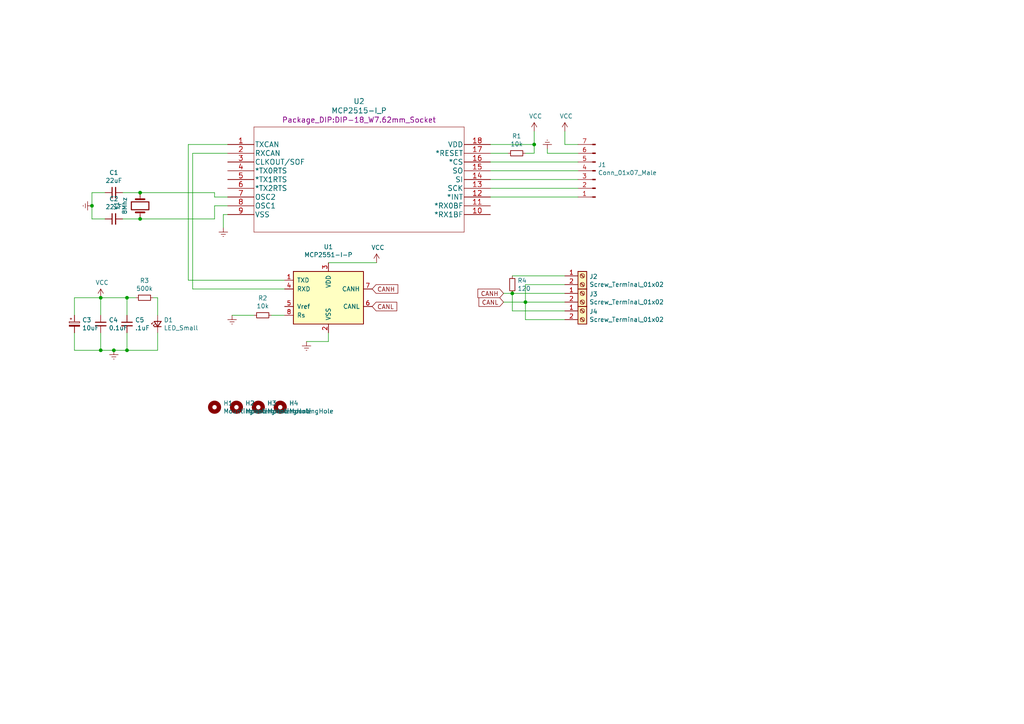
<source format=kicad_sch>
(kicad_sch (version 20230121) (generator eeschema)
  (paper "A4")
  (lib_symbols
    (symbol "CAN-Board-V1-rescue:CP_Small-Device" (pin_numbers hide) (pin_names (offset 0.254) hide)
      (property "Reference" "C" (at 0.254 1.778 0))
      (property "Value" "Device_CP_Small" (at 0.254 -2.032 0))
      (symbol "CP_Small-Device_0_1"
        (rectangle (start -1.524 -0.3048) (end 1.524 -0.6858) (fill (type outline)))
        (rectangle (start -1.524 0.6858) (end 1.524 0.3048))
        (polyline (pts (xy -1.27 1.524) (xy -0.762 1.524)))
        (polyline (pts (xy -1.016 1.27) (xy -1.016 1.778)))
      )
      (symbol "CP_Small-Device_1_1"
        (pin passive line (at 0 2.54 270) (length 1.8542) (name "~") (number "1"))
        (pin passive line (at 0 -2.54 90) (length 1.8542) (name "~") (number "2"))
      )
    )
    (symbol "CAN-Board-V1-rescue:Conn_01x07_Male-Connector" (pin_names (offset 1.016) hide)
      (property "Reference" "J" (at 0 10.16 0))
      (property "Value" "Connector_Conn_01x07_Male" (at 0 -10.16 0))
      (symbol "Conn_01x07_Male-Connector_1_1"
        (polyline (pts (xy 1.27 -7.62) (xy 0.8636 -7.62)) (stroke (width 0.1524)))
        (polyline (pts (xy 1.27 -5.08) (xy 0.8636 -5.08)) (stroke (width 0.1524)))
        (polyline (pts (xy 1.27 -2.54) (xy 0.8636 -2.54)) (stroke (width 0.1524)))
        (polyline (pts (xy 1.27 0) (xy 0.8636 0)) (stroke (width 0.1524)))
        (polyline (pts (xy 1.27 2.54) (xy 0.8636 2.54)) (stroke (width 0.1524)))
        (polyline (pts (xy 1.27 5.08) (xy 0.8636 5.08)) (stroke (width 0.1524)))
        (polyline (pts (xy 1.27 7.62) (xy 0.8636 7.62)) (stroke (width 0.1524)))
        (rectangle (start 0.8636 -7.493) (end 0 -7.747) (stroke (width 0.1524)) (fill (type outline)))
        (rectangle (start 0.8636 -4.953) (end 0 -5.207) (stroke (width 0.1524)) (fill (type outline)))
        (rectangle (start 0.8636 -2.413) (end 0 -2.667) (stroke (width 0.1524)) (fill (type outline)))
        (rectangle (start 0.8636 0.127) (end 0 -0.127) (stroke (width 0.1524)) (fill (type outline)))
        (rectangle (start 0.8636 2.667) (end 0 2.413) (stroke (width 0.1524)) (fill (type outline)))
        (rectangle (start 0.8636 5.207) (end 0 4.953) (stroke (width 0.1524)) (fill (type outline)))
        (rectangle (start 0.8636 7.747) (end 0 7.493) (stroke (width 0.1524)) (fill (type outline)))
        (pin passive line (at 5.08 7.62 180) (length 3.81) (name "Pin_1") (number "1"))
        (pin passive line (at 5.08 5.08 180) (length 3.81) (name "Pin_2") (number "2"))
        (pin passive line (at 5.08 2.54 180) (length 3.81) (name "Pin_3") (number "3"))
        (pin passive line (at 5.08 0 180) (length 3.81) (name "Pin_4") (number "4"))
        (pin passive line (at 5.08 -2.54 180) (length 3.81) (name "Pin_5") (number "5"))
        (pin passive line (at 5.08 -5.08 180) (length 3.81) (name "Pin_6") (number "6"))
        (pin passive line (at 5.08 -7.62 180) (length 3.81) (name "Pin_7") (number "7"))
      )
    )
    (symbol "CAN-Board-V1-rescue:MCP2515-I_P-2023-10-16_18-34-33" (pin_names (offset 0.254))
      (property "Reference" "U" (at 38.1 10.16 0))
      (property "Value" "2023-10-16_18-34-33_MCP2515-I_P" (at 38.1 7.62 0))
      (symbol "MCP2515-I_P-2023-10-16_18-34-33_1_1"
        (polyline (pts (xy 7.62 -25.4) (xy 68.58 -25.4)) (stroke (width 0.127)))
        (polyline (pts (xy 7.62 5.08) (xy 7.62 -25.4)) (stroke (width 0.127)))
        (polyline (pts (xy 68.58 -25.4) (xy 68.58 5.08)) (stroke (width 0.127)))
        (polyline (pts (xy 68.58 5.08) (xy 7.62 5.08)) (stroke (width 0.127)))
        (pin unspecified line (at 0 0 0) (length 7.62) (name "TXCAN") (number "1"))
        (pin unspecified line (at 76.2 -20.32 180) (length 7.62) (name "*RX1BF") (number "10"))
        (pin unspecified line (at 76.2 -17.78 180) (length 7.62) (name "*RX0BF") (number "11"))
        (pin unspecified line (at 76.2 -15.24 180) (length 7.62) (name "*INT") (number "12"))
        (pin unspecified line (at 76.2 -12.7 180) (length 7.62) (name "SCK") (number "13"))
        (pin unspecified line (at 76.2 -10.16 180) (length 7.62) (name "SI") (number "14"))
        (pin unspecified line (at 76.2 -7.62 180) (length 7.62) (name "SO") (number "15"))
        (pin unspecified line (at 76.2 -5.08 180) (length 7.62) (name "*CS") (number "16"))
        (pin unspecified line (at 76.2 -2.54 180) (length 7.62) (name "*RESET") (number "17"))
        (pin unspecified line (at 76.2 0 180) (length 7.62) (name "VDD") (number "18"))
        (pin unspecified line (at 0 -2.54 0) (length 7.62) (name "RXCAN") (number "2"))
        (pin unspecified line (at 0 -5.08 0) (length 7.62) (name "CLKOUT/SOF") (number "3"))
        (pin unspecified line (at 0 -7.62 0) (length 7.62) (name "*TX0RTS") (number "4"))
        (pin unspecified line (at 0 -10.16 0) (length 7.62) (name "*TX1RTS") (number "5"))
        (pin unspecified line (at 0 -12.7 0) (length 7.62) (name "*TX2RTS") (number "6"))
        (pin unspecified line (at 0 -15.24 0) (length 7.62) (name "OSC2") (number "7"))
        (pin unspecified line (at 0 -17.78 0) (length 7.62) (name "OSC1") (number "8"))
        (pin unspecified line (at 0 -20.32 0) (length 7.62) (name "VSS") (number "9"))
      )
    )
    (symbol "Connector:Screw_Terminal_01x02" (pin_names (offset 1.016) hide)
      (property "Reference" "J" (at 0 2.54 0))
      (property "Value" "Screw_Terminal_01x02" (at 0 -5.08 0))
      (symbol "Screw_Terminal_01x02_1_1"
        (rectangle (start -1.27 1.27) (end 1.27 -3.81) (stroke (width 0.254)) (fill (type background)))
        (circle (center 0 -2.54) (radius 0.635) (stroke (width 0.1524)))
        (polyline (pts (xy -0.5334 -2.2098) (xy 0.3302 -3.048)) (stroke (width 0.1524)))
        (polyline (pts (xy -0.5334 0.3302) (xy 0.3302 -0.508)) (stroke (width 0.1524)))
        (polyline (pts (xy -0.3556 -2.032) (xy 0.508 -2.8702)) (stroke (width 0.1524)))
        (polyline (pts (xy -0.3556 0.508) (xy 0.508 -0.3302)) (stroke (width 0.1524)))
        (circle (center 0 0) (radius 0.635) (stroke (width 0.1524)))
        (pin passive line (at -5.08 0 0) (length 3.81) (name "Pin_1") (number "1"))
        (pin passive line (at -5.08 -2.54 0) (length 3.81) (name "Pin_2") (number "2"))
      )
    )
    (symbol "Device:C_Small" (pin_numbers hide) (pin_names (offset 0.254) hide)
      (property "Reference" "C" (at 0.254 1.778 0))
      (property "Value" "C_Small" (at 0.254 -2.032 0))
      (symbol "C_Small_0_1"
        (polyline (pts (xy -1.524 -0.508) (xy 1.524 -0.508)) (stroke (width 0.3302)))
        (polyline (pts (xy -1.524 0.508) (xy 1.524 0.508)) (stroke (width 0.3048)))
      )
      (symbol "C_Small_1_1"
        (pin passive line (at 0 2.54 270) (length 2.032) (name "~") (number "1"))
        (pin passive line (at 0 -2.54 90) (length 2.032) (name "~") (number "2"))
      )
    )
    (symbol "Device:Crystal" (pin_numbers hide) (pin_names (offset 1.016) hide)
      (property "Reference" "Y" (at 0 3.81 0))
      (property "Value" "Crystal" (at 0 -3.81 0))
      (symbol "Crystal_0_1"
        (rectangle (start -1.143 2.54) (end 1.143 -2.54) (stroke (width 0.3048)))
        (polyline (pts (xy -2.54 0) (xy -1.905 0)))
        (polyline (pts (xy -1.905 -1.27) (xy -1.905 1.27)) (stroke (width 0.508)))
        (polyline (pts (xy 1.905 -1.27) (xy 1.905 1.27)) (stroke (width 0.508)))
        (polyline (pts (xy 2.54 0) (xy 1.905 0)))
      )
      (symbol "Crystal_1_1"
        (pin passive line (at -3.81 0 0) (length 1.27) (name "1") (number "1"))
        (pin passive line (at 3.81 0 180) (length 1.27) (name "2") (number "2"))
      )
    )
    (symbol "Device:LED_Small" (pin_numbers hide) (pin_names (offset 0.254) hide)
      (property "Reference" "D" (at -1.27 3.175 0))
      (property "Value" "LED_Small" (at -4.445 -2.54 0))
      (symbol "LED_Small_0_1"
        (polyline (pts (xy -0.762 -1.016) (xy -0.762 1.016)) (stroke (width 0.254)))
        (polyline (pts (xy 1.016 0) (xy -0.762 0)))
        (polyline (pts (xy 0.762 -1.016) (xy -0.762 0) (xy 0.762 1.016) (xy 0.762 -1.016)) (stroke (width 0.254)))
        (polyline (pts (xy 0 0.762) (xy -0.508 1.27) (xy -0.254 1.27) (xy -0.508 1.27) (xy -0.508 1.016)))
        (polyline (pts (xy 0.508 1.27) (xy 0 1.778) (xy 0.254 1.778) (xy 0 1.778) (xy 0 1.524)))
      )
      (symbol "LED_Small_1_1"
        (pin passive line (at -2.54 0 0) (length 1.778) (name "K") (number "1"))
        (pin passive line (at 2.54 0 180) (length 1.778) (name "A") (number "2"))
      )
    )
    (symbol "Device:R_Small" (pin_numbers hide) (pin_names (offset 0.254) hide)
      (property "Reference" "R" (at 0.762 0.508 0))
      (property "Value" "R_Small" (at 0.762 -1.016 0))
      (symbol "R_Small_0_1"
        (rectangle (start -0.762 1.778) (end 0.762 -1.778) (stroke (width 0.2032)))
      )
      (symbol "R_Small_1_1"
        (pin passive line (at 0 2.54 270) (length 0.762) (name "~") (number "1"))
        (pin passive line (at 0 -2.54 90) (length 0.762) (name "~") (number "2"))
      )
    )
    (symbol "Interface_CAN_LIN:MCP2551-I-P" (pin_names (offset 1.016))
      (property "Reference" "U" (at -10.16 8.89 0))
      (property "Value" "MCP2551-I-P" (at 2.54 8.89 0))
      (symbol "MCP2551-I-P_0_1"
        (rectangle (start -10.16 7.62) (end 10.16 -7.62) (stroke (width 0.254)) (fill (type background)))
      )
      (symbol "MCP2551-I-P_1_1"
        (pin input line (at -12.7 5.08 0) (length 2.54) (name "TXD") (number "1"))
        (pin power_in line (at 0 -10.16 90) (length 2.54) (name "VSS") (number "2"))
        (pin power_in line (at 0 10.16 270) (length 2.54) (name "VDD") (number "3"))
        (pin output line (at -12.7 2.54 0) (length 2.54) (name "RXD") (number "4"))
        (pin power_out line (at -12.7 -2.54 0) (length 2.54) (name "Vref") (number "5"))
        (pin bidirectional line (at 12.7 -2.54 180) (length 2.54) (name "CANL") (number "6"))
        (pin bidirectional line (at 12.7 2.54 180) (length 2.54) (name "CANH") (number "7"))
        (pin input line (at -12.7 -5.08 0) (length 2.54) (name "Rs") (number "8"))
      )
    )
    (symbol "Mechanical:MountingHole" (pin_names (offset 1.016))
      (property "Reference" "H" (at 0 5.08 0))
      (property "Value" "MountingHole" (at 0 3.175 0))
      (symbol "MountingHole_0_1"
        (circle (center 0 0) (radius 1.27) (stroke (width 1.27)))
      )
    )
    (symbol "power:Earth" (power) (pin_names (offset 0))
      (symbol "Earth_0_1"
        (polyline (pts (xy -0.635 -1.905) (xy 0.635 -1.905)))
        (polyline (pts (xy -0.127 -2.54) (xy 0.127 -2.54)))
        (polyline (pts (xy 0 -1.27) (xy 0 0)))
        (polyline (pts (xy 1.27 -1.27) (xy -1.27 -1.27)))
      )
      (symbol "Earth_1_1"
        (pin power_in line (at 0 0 270) (length 0) hide (name "Earth") (number "1"))
      )
    )
    (symbol "power:VCC" (power) (pin_names (offset 0))
      (property "Value" "VCC" (at 0 3.81 0))
      (symbol "VCC_0_1"
        (polyline (pts (xy -0.762 1.27) (xy 0 2.54)))
        (polyline (pts (xy 0 0) (xy 0 2.54)))
        (polyline (pts (xy 0 2.54) (xy 0.762 1.27)))
      )
      (symbol "VCC_1_1"
        (pin power_in line (at 0 0 90) (length 0) hide (name "VCC") (number "1"))
      )
    )
  )
  (junction (at 40.64 55.88))
  (junction (at 154.94 41.91))
  (junction (at 40.64 63.5))
  (junction (at 29.21 101.6))
  (junction (at 152.4 87.63))
  (junction (at 36.83 86.36))
  (junction (at 26.67 59.69))
  (junction (at 29.21 86.36))
  (junction (at 36.83 101.6))
  (junction (at 33.02 101.6))
  (junction (at 148.59 85.09))
  (wire (pts (xy 142.24 44.45) (xy 147.32 44.45)))
  (wire (pts (xy 55.88 83.82) (xy 82.55 83.82)))
  (wire (pts (xy 142.24 57.15) (xy 167.64 57.15)))
  (wire (pts (xy 146.05 87.63) (xy 152.4 87.63)))
  (wire (pts (xy 26.67 59.69) (xy 26.67 63.5)))
  (wire (pts (xy 54.61 81.28) (xy 82.55 81.28)))
  (wire (pts (xy 66.04 44.45) (xy 55.88 44.45)))
  (wire (pts (xy 54.61 41.91) (xy 54.61 81.28)))
  (wire (pts (xy 29.21 86.36) (xy 29.21 91.44)))
  (wire (pts (xy 167.64 44.45) (xy 158.75 44.45)))
  (wire (pts (xy 152.4 82.55) (xy 163.83 82.55)))
  (wire (pts (xy 64.77 62.23) (xy 66.04 62.23)))
  (wire (pts (xy 29.21 86.36) (xy 36.83 86.36)))
  (wire (pts (xy 148.59 85.09) (xy 148.59 90.17)))
  (wire (pts (xy 95.25 99.06) (xy 95.25 96.52)))
  (wire (pts (xy 158.75 43.18) (xy 158.75 44.45)))
  (wire (pts (xy 45.72 91.44) (xy 45.72 86.36)))
  (wire (pts (xy 142.24 41.91) (xy 154.94 41.91)))
  (wire (pts (xy 36.83 101.6) (xy 33.02 101.6)))
  (wire (pts (xy 88.9 99.06) (xy 95.25 99.06)))
  (wire (pts (xy 142.24 46.99) (xy 167.64 46.99)))
  (wire (pts (xy 21.59 86.36) (xy 29.21 86.36)))
  (wire (pts (xy 62.23 59.69) (xy 66.04 59.69)))
  (wire (pts (xy 36.83 91.44) (xy 36.83 86.36)))
  (wire (pts (xy 29.21 101.6) (xy 21.59 101.6)))
  (wire (pts (xy 29.21 96.52) (xy 29.21 101.6)))
  (wire (pts (xy 30.48 55.88) (xy 26.67 55.88)))
  (wire (pts (xy 26.67 63.5) (xy 30.48 63.5)))
  (wire (pts (xy 67.31 91.44) (xy 73.66 91.44)))
  (wire (pts (xy 35.56 63.5) (xy 40.64 63.5)))
  (wire (pts (xy 35.56 55.88) (xy 40.64 55.88)))
  (wire (pts (xy 154.94 44.45) (xy 154.94 41.91)))
  (wire (pts (xy 33.02 101.6) (xy 29.21 101.6)))
  (wire (pts (xy 66.04 41.91) (xy 54.61 41.91)))
  (wire (pts (xy 21.59 101.6) (xy 21.59 96.52)))
  (wire (pts (xy 142.24 54.61) (xy 167.64 54.61)))
  (wire (pts (xy 44.45 86.36) (xy 45.72 86.36)))
  (wire (pts (xy 78.74 91.44) (xy 82.55 91.44)))
  (wire (pts (xy 163.83 38.1) (xy 163.83 41.91)))
  (wire (pts (xy 146.05 85.09) (xy 148.59 85.09)))
  (wire (pts (xy 55.88 44.45) (xy 55.88 83.82)))
  (wire (pts (xy 62.23 57.15) (xy 66.04 57.15)))
  (wire (pts (xy 148.59 90.17) (xy 163.83 90.17)))
  (wire (pts (xy 40.64 55.88) (xy 62.23 55.88)))
  (wire (pts (xy 154.94 41.91) (xy 154.94 38.1)))
  (wire (pts (xy 142.24 49.53) (xy 167.64 49.53)))
  (wire (pts (xy 21.59 91.44) (xy 21.59 86.36)))
  (wire (pts (xy 45.72 96.52) (xy 45.72 101.6)))
  (wire (pts (xy 152.4 44.45) (xy 154.94 44.45)))
  (wire (pts (xy 40.64 63.5) (xy 62.23 63.5)))
  (wire (pts (xy 152.4 87.63) (xy 152.4 82.55)))
  (wire (pts (xy 152.4 87.63) (xy 163.83 87.63)))
  (wire (pts (xy 163.83 41.91) (xy 167.64 41.91)))
  (wire (pts (xy 62.23 63.5) (xy 62.23 59.69)))
  (wire (pts (xy 26.67 55.88) (xy 26.67 59.69)))
  (wire (pts (xy 148.59 80.01) (xy 163.83 80.01)))
  (wire (pts (xy 36.83 96.52) (xy 36.83 101.6)))
  (wire (pts (xy 152.4 92.71) (xy 163.83 92.71)))
  (wire (pts (xy 64.77 66.04) (xy 64.77 62.23)))
  (wire (pts (xy 62.23 55.88) (xy 62.23 57.15)))
  (wire (pts (xy 152.4 87.63) (xy 152.4 92.71)))
  (wire (pts (xy 45.72 101.6) (xy 36.83 101.6)))
  (wire (pts (xy 36.83 86.36) (xy 39.37 86.36)))
  (wire (pts (xy 109.22 76.2) (xy 95.25 76.2)))
  (wire (pts (xy 148.59 85.09) (xy 163.83 85.09)))
  (wire (pts (xy 142.24 52.07) (xy 167.64 52.07)))
  (global_label "CANH" (shape input) (at 146.05 85.09 180) (property "Intersheetrefs" "${INTERSHEET_REFS}" (effects hide)))
  (global_label "CANL" (shape input) (at 107.95 88.9 0) (property "Intersheetrefs" "${INTERSHEET_REFS}" (effects hide)))
  (global_label "CANL" (shape input) (at 146.05 87.63 180) (property "Intersheetrefs" "${INTERSHEET_REFS}" (effects hide)))
  (global_label "CANH" (shape input) (at 107.95 83.82 0) (property "Intersheetrefs" "${INTERSHEET_REFS}" (effects hide)))
  (symbol (lib_id "Interface_CAN_LIN:MCP2551-I-P") (at 95.25 86.36 0) (unit 1)
    (property "Reference" "U1" (at 95.25 71.6026 0))
    (property "Value" "MCP2551-I-P" (at 95.25 73.914 0))
    (property "Footprint" "Package_DIP:DIP-8_W7.62mm_Socket" (effects hide))
    (property "Datasheet" "http://ww1.microchip.com/downloads/en/devicedoc/21667d.pdf" (effects hide))
  )
  (symbol (lib_id "CAN-Board-V1-rescue:MCP2515-I_P-2023-10-16_18-34-33") (at 66.04 41.91 0) (unit 1)
    (property "Reference" "U2" (at 104.14 29.3878 0) (effects (font (size 1.524 1.524))))
    (property "Value" "MCP2515-I_P" (at 104.14 32.0802 0) (effects (font (size 1.524 1.524))))
    (property "Footprint" "Package_DIP:DIP-18_W7.62mm_Socket" (at 104.14 34.7726 0) (effects (font (size 1.524 1.524))))
  )
  (symbol (lib_id "Device:Crystal") (at 40.64 59.69 90) (unit 1)
    (property "Reference" "Y1" (at 33.8328 59.69 0))
    (property "Value" "8Mhz" (at 36.1442 59.69 0))
    (property "Footprint" "Crystal:Crystal_HC49-4H_Vertical" (effects hide))
  )
  (symbol (lib_id "Device:C_Small") (at 33.02 55.88 90) (unit 1)
    (property "Reference" "C1" (at 33.02 50.0634 90))
    (property "Value" "22uF" (at 33.02 52.3748 90))
    (property "Footprint" "Capacitor_THT:C_Disc_D5.0mm_W2.5mm_P2.50mm" (effects hide))
  )
  (symbol (lib_id "Device:C_Small") (at 33.02 63.5 90) (unit 1)
    (property "Reference" "C2" (at 33.02 57.6834 90))
    (property "Value" "22uF" (at 33.02 59.9948 90))
    (property "Footprint" "Capacitor_THT:C_Disc_D5.0mm_W2.5mm_P2.50mm" (effects hide))
  )
  (symbol (lib_id "power:Earth") (at 26.67 59.69 270) (unit 1)
    (property "Reference" "#PWR0101" (effects hide))
    (property "Value" "Earth" (effects hide))
  )
  (symbol (lib_id "power:Earth") (at 64.77 66.04 0) (unit 1)
    (property "Reference" "#PWR0102" (effects hide))
    (property "Value" "Earth" (effects hide))
  )
  (symbol (lib_id "Device:R_Small") (at 149.86 44.45 270) (unit 1)
    (property "Reference" "R1" (at 149.86 39.4716 90))
    (property "Value" "10k" (at 149.86 41.783 90))
    (property "Footprint" "Resistor_THT:R_Axial_DIN0207_L6.3mm_D2.5mm_P10.16mm_Horizontal" (effects hide))
  )
  (symbol (lib_id "power:Earth") (at 88.9 99.06 0) (unit 1)
    (property "Reference" "#PWR0104" (effects hide))
    (property "Value" "Earth" (effects hide))
  )
  (symbol (lib_id "Device:R_Small") (at 76.2 91.44 270) (unit 1)
    (property "Reference" "R2" (at 76.2 86.4616 90))
    (property "Value" "10k" (at 76.2 88.773 90))
    (property "Footprint" "Resistor_THT:R_Axial_DIN0207_L6.3mm_D2.5mm_P10.16mm_Horizontal" (effects hide))
  )
  (symbol (lib_id "power:Earth") (at 67.31 91.44 0) (unit 1)
    (property "Reference" "#PWR0105" (effects hide))
    (property "Value" "Earth" (effects hide))
  )
  (symbol (lib_id "power:VCC") (at 29.21 86.36 0) (unit 1)
    (property "Reference" "#PWR0107" (effects hide))
    (property "Value" "VCC" (at 29.591 81.9658 0))
  )
  (symbol (lib_id "Device:C_Small") (at 29.21 93.98 0) (unit 1)
    (property "Reference" "C4" (at 31.5468 92.8116 0) (effects (justify left)))
    (property "Value" "0.1uF" (at 31.5468 95.123 0) (effects (justify left)))
    (property "Footprint" "Capacitor_THT:C_Disc_D5.0mm_W2.5mm_P2.50mm" (effects hide))
  )
  (symbol (lib_id "Device:C_Small") (at 36.83 93.98 0) (unit 1)
    (property "Reference" "C5" (at 39.1668 92.8116 0) (effects (justify left)))
    (property "Value" ".1uF" (at 39.1668 95.123 0) (effects (justify left)))
    (property "Footprint" "Capacitor_THT:C_Disc_D5.0mm_W2.5mm_P2.50mm" (effects hide))
  )
  (symbol (lib_id "CAN-Board-V1-rescue:CP_Small-Device") (at 21.59 93.98 0) (unit 1)
    (property "Reference" "C3" (at 23.8252 92.8116 0) (effects (justify left)))
    (property "Value" "10uF" (at 23.8252 95.123 0) (effects (justify left)))
    (property "Footprint" "Capacitor_THT:C_Disc_D5.0mm_W2.5mm_P2.50mm" (effects hide))
  )
  (symbol (lib_id "Device:LED_Small") (at 45.72 93.98 90) (unit 1)
    (property "Reference" "D1" (at 47.498 92.8116 90) (effects (justify right)))
    (property "Value" "LED_Small" (at 47.498 95.123 90) (effects (justify right)))
    (property "Footprint" "LED_THT:LED_D5.0mm" (effects hide))
  )
  (symbol (lib_id "Device:R_Small") (at 41.91 86.36 270) (unit 1)
    (property "Reference" "R3" (at 41.91 81.3816 90))
    (property "Value" "500k" (at 41.91 83.693 90))
    (property "Footprint" "Resistor_THT:R_Axial_DIN0207_L6.3mm_D2.5mm_P10.16mm_Horizontal" (effects hide))
  )
  (symbol (lib_id "CAN-Board-V1-rescue:Conn_01x07_Male-Connector") (at 172.72 49.53 180) (unit 1)
    (property "Reference" "J1" (at 173.4312 47.8028 0) (effects (justify right)))
    (property "Value" "Conn_01x07_Male" (at 173.4312 50.1142 0) (effects (justify right)))
    (property "Footprint" "Connector_PinHeader_1.27mm:PinHeader_1x07_P1.27mm_Vertical" (effects hide))
  )
  (symbol (lib_id "power:Earth") (at 158.75 43.18 180) (unit 1)
    (property "Reference" "#PWR0103" (effects hide))
    (property "Value" "Earth" (effects hide))
  )
  (symbol (lib_id "power:VCC") (at 163.83 38.1 0) (unit 1)
    (property "Reference" "#PWR0108" (effects hide))
    (property "Value" "VCC" (at 164.211 33.7058 0))
  )
  (symbol (lib_id "power:VCC") (at 154.94 38.1 0) (unit 1)
    (property "Reference" "#PWR0109" (effects hide))
    (property "Value" "VCC" (at 155.321 33.7058 0))
  )
  (symbol (lib_id "power:VCC") (at 109.22 76.2 0) (unit 1)
    (property "Reference" "#PWR0106" (effects hide))
    (property "Value" "VCC" (at 109.601 71.8058 0))
  )
  (symbol (lib_id "power:Earth") (at 33.02 101.6 0) (unit 1)
    (property "Reference" "#PWR0110" (effects hide))
    (property "Value" "Earth" (effects hide))
  )
  (symbol (lib_id "Mechanical:MountingHole") (at 62.23 118.11 0) (unit 1)
    (property "Reference" "H1" (at 64.77 116.9416 0) (effects (justify left)))
    (property "Value" "MountingHole" (at 64.77 119.253 0) (effects (justify left)))
    (property "Footprint" "MountingHole:MountingHole_3.2mm_M3" (effects hide))
  )
  (symbol (lib_id "Mechanical:MountingHole") (at 68.58 118.11 0) (unit 1)
    (property "Reference" "H2" (at 71.12 116.9416 0) (effects (justify left)))
    (property "Value" "MountingHole" (at 71.12 119.253 0) (effects (justify left)))
    (property "Footprint" "MountingHole:MountingHole_3.2mm_M3" (effects hide))
  )
  (symbol (lib_id "Mechanical:MountingHole") (at 74.93 118.11 0) (unit 1)
    (property "Reference" "H3" (at 77.47 116.9416 0) (effects (justify left)))
    (property "Value" "MountingHole" (at 77.47 119.253 0) (effects (justify left)))
    (property "Footprint" "MountingHole:MountingHole_3.2mm_M3" (effects hide))
  )
  (symbol (lib_id "Mechanical:MountingHole") (at 81.28 118.11 0) (unit 1)
    (property "Reference" "H4" (at 83.82 116.9416 0) (effects (justify left)))
    (property "Value" "MountingHole" (at 83.82 119.253 0) (effects (justify left)))
    (property "Footprint" "MountingHole:MountingHole_3.2mm_M3" (effects hide))
  )
  (symbol (lib_id "Device:R_Small") (at 148.59 82.55 180) (unit 1)
    (property "Reference" "R4" (at 150.0886 81.3816 0) (effects (justify right)))
    (property "Value" "120" (at 150.0886 83.693 0) (effects (justify right)))
    (property "Footprint" "Resistor_THT:R_Axial_DIN0207_L6.3mm_D2.5mm_P10.16mm_Horizontal" (effects hide))
  )
  (symbol (lib_id "Connector:Screw_Terminal_01x02") (at 168.91 80.01 0) (unit 1)
    (property "Reference" "J2" (at 170.942 80.2132 0) (effects (justify left)))
    (property "Value" "Screw_Terminal_01x02" (at 170.942 82.5246 0) (effects (justify left)))
    (property "Footprint" "TerminalBlock_TE-Connectivity:TerminalBlock_TE_282834-2_1x02_P2.54mm_Horizontal" (effects hide))
  )
  (symbol (lib_id "Connector:Screw_Terminal_01x02") (at 168.91 85.09 0) (unit 1)
    (property "Reference" "J3" (at 170.942 85.2932 0) (effects (justify left)))
    (property "Value" "Screw_Terminal_01x02" (at 170.942 87.6046 0) (effects (justify left)))
    (property "Footprint" "TerminalBlock_TE-Connectivity:TerminalBlock_TE_282834-2_1x02_P2.54mm_Horizontal" (effects hide))
  )
  (symbol (lib_id "Connector:Screw_Terminal_01x02") (at 168.91 90.17 0) (unit 1)
    (property "Reference" "J4" (at 170.942 90.3732 0) (effects (justify left)))
    (property "Value" "Screw_Terminal_01x02" (at 170.942 92.6846 0) (effects (justify left)))
    (property "Footprint" "TerminalBlock_TE-Connectivity:TerminalBlock_TE_282834-2_1x02_P2.54mm_Horizontal" (effects hide))
  )
)
</source>
